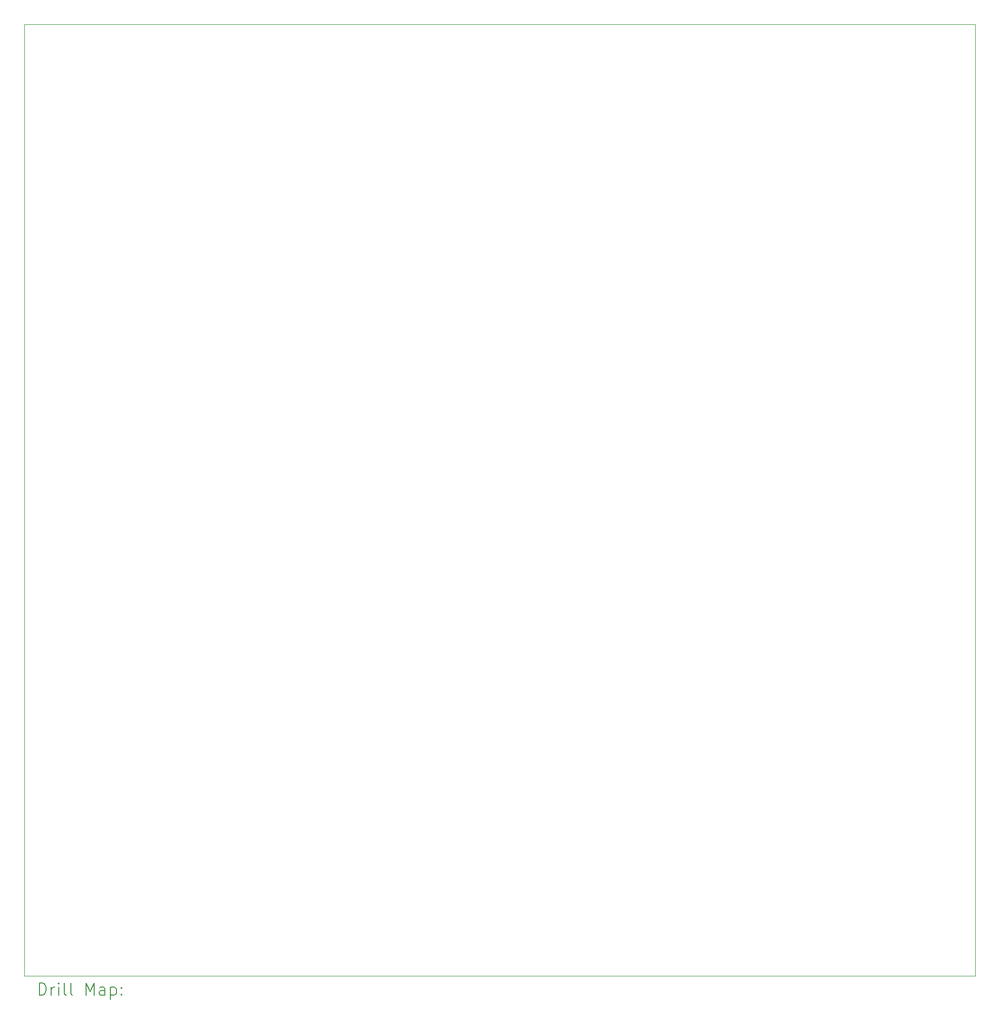
<source format=gbr>
%TF.GenerationSoftware,KiCad,Pcbnew,7.0.10*%
%TF.CreationDate,2025-01-18T09:56:08-08:00*%
%TF.ProjectId,fieldRadio_1.1,6669656c-6452-4616-9469-6f5f312e312e,rev?*%
%TF.SameCoordinates,Original*%
%TF.FileFunction,Drillmap*%
%TF.FilePolarity,Positive*%
%FSLAX45Y45*%
G04 Gerber Fmt 4.5, Leading zero omitted, Abs format (unit mm)*
G04 Created by KiCad (PCBNEW 7.0.10) date 2025-01-18 09:56:08*
%MOMM*%
%LPD*%
G01*
G04 APERTURE LIST*
%ADD10C,0.100000*%
%ADD11C,0.200000*%
G04 APERTURE END LIST*
D10*
X7225000Y-7200000D02*
X23125000Y-7200000D01*
X23125000Y-23100000D01*
X7225000Y-23100000D01*
X7225000Y-7200000D01*
D11*
X7480777Y-23416484D02*
X7480777Y-23216484D01*
X7480777Y-23216484D02*
X7528396Y-23216484D01*
X7528396Y-23216484D02*
X7556967Y-23226008D01*
X7556967Y-23226008D02*
X7576015Y-23245055D01*
X7576015Y-23245055D02*
X7585539Y-23264103D01*
X7585539Y-23264103D02*
X7595062Y-23302198D01*
X7595062Y-23302198D02*
X7595062Y-23330769D01*
X7595062Y-23330769D02*
X7585539Y-23368865D01*
X7585539Y-23368865D02*
X7576015Y-23387912D01*
X7576015Y-23387912D02*
X7556967Y-23406960D01*
X7556967Y-23406960D02*
X7528396Y-23416484D01*
X7528396Y-23416484D02*
X7480777Y-23416484D01*
X7680777Y-23416484D02*
X7680777Y-23283150D01*
X7680777Y-23321246D02*
X7690301Y-23302198D01*
X7690301Y-23302198D02*
X7699824Y-23292674D01*
X7699824Y-23292674D02*
X7718872Y-23283150D01*
X7718872Y-23283150D02*
X7737920Y-23283150D01*
X7804586Y-23416484D02*
X7804586Y-23283150D01*
X7804586Y-23216484D02*
X7795062Y-23226008D01*
X7795062Y-23226008D02*
X7804586Y-23235531D01*
X7804586Y-23235531D02*
X7814110Y-23226008D01*
X7814110Y-23226008D02*
X7804586Y-23216484D01*
X7804586Y-23216484D02*
X7804586Y-23235531D01*
X7928396Y-23416484D02*
X7909348Y-23406960D01*
X7909348Y-23406960D02*
X7899824Y-23387912D01*
X7899824Y-23387912D02*
X7899824Y-23216484D01*
X8033158Y-23416484D02*
X8014110Y-23406960D01*
X8014110Y-23406960D02*
X8004586Y-23387912D01*
X8004586Y-23387912D02*
X8004586Y-23216484D01*
X8261729Y-23416484D02*
X8261729Y-23216484D01*
X8261729Y-23216484D02*
X8328396Y-23359341D01*
X8328396Y-23359341D02*
X8395063Y-23216484D01*
X8395063Y-23216484D02*
X8395063Y-23416484D01*
X8576015Y-23416484D02*
X8576015Y-23311722D01*
X8576015Y-23311722D02*
X8566491Y-23292674D01*
X8566491Y-23292674D02*
X8547444Y-23283150D01*
X8547444Y-23283150D02*
X8509348Y-23283150D01*
X8509348Y-23283150D02*
X8490301Y-23292674D01*
X8576015Y-23406960D02*
X8556967Y-23416484D01*
X8556967Y-23416484D02*
X8509348Y-23416484D01*
X8509348Y-23416484D02*
X8490301Y-23406960D01*
X8490301Y-23406960D02*
X8480777Y-23387912D01*
X8480777Y-23387912D02*
X8480777Y-23368865D01*
X8480777Y-23368865D02*
X8490301Y-23349817D01*
X8490301Y-23349817D02*
X8509348Y-23340293D01*
X8509348Y-23340293D02*
X8556967Y-23340293D01*
X8556967Y-23340293D02*
X8576015Y-23330769D01*
X8671253Y-23283150D02*
X8671253Y-23483150D01*
X8671253Y-23292674D02*
X8690301Y-23283150D01*
X8690301Y-23283150D02*
X8728396Y-23283150D01*
X8728396Y-23283150D02*
X8747444Y-23292674D01*
X8747444Y-23292674D02*
X8756967Y-23302198D01*
X8756967Y-23302198D02*
X8766491Y-23321246D01*
X8766491Y-23321246D02*
X8766491Y-23378388D01*
X8766491Y-23378388D02*
X8756967Y-23397436D01*
X8756967Y-23397436D02*
X8747444Y-23406960D01*
X8747444Y-23406960D02*
X8728396Y-23416484D01*
X8728396Y-23416484D02*
X8690301Y-23416484D01*
X8690301Y-23416484D02*
X8671253Y-23406960D01*
X8852205Y-23397436D02*
X8861729Y-23406960D01*
X8861729Y-23406960D02*
X8852205Y-23416484D01*
X8852205Y-23416484D02*
X8842682Y-23406960D01*
X8842682Y-23406960D02*
X8852205Y-23397436D01*
X8852205Y-23397436D02*
X8852205Y-23416484D01*
X8852205Y-23292674D02*
X8861729Y-23302198D01*
X8861729Y-23302198D02*
X8852205Y-23311722D01*
X8852205Y-23311722D02*
X8842682Y-23302198D01*
X8842682Y-23302198D02*
X8852205Y-23292674D01*
X8852205Y-23292674D02*
X8852205Y-23311722D01*
M02*

</source>
